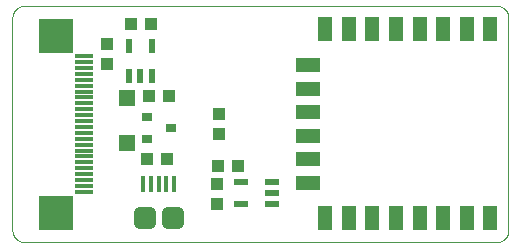
<source format=gbp>
G75*
%MOIN*%
%OFA0B0*%
%FSLAX25Y25*%
%IPPOS*%
%LPD*%
%AMOC8*
5,1,8,0,0,1.08239X$1,22.5*
%
%ADD10C,0.00000*%
%ADD11R,0.03937X0.04331*%
%ADD12R,0.04331X0.03937*%
%ADD13R,0.05512X0.05512*%
%ADD14R,0.06000X0.01181*%
%ADD15R,0.11600X0.11200*%
%ADD16R,0.02362X0.04921*%
%ADD17R,0.03543X0.03150*%
%ADD18R,0.04724X0.07874*%
%ADD19R,0.07874X0.04724*%
%ADD20R,0.04724X0.02165*%
%ADD21R,0.01575X0.05315*%
%ADD22C,0.03740*%
D10*
X0025622Y0017748D02*
X0183102Y0017748D01*
X0183226Y0017750D01*
X0183349Y0017756D01*
X0183473Y0017765D01*
X0183595Y0017779D01*
X0183718Y0017796D01*
X0183840Y0017818D01*
X0183961Y0017843D01*
X0184081Y0017872D01*
X0184200Y0017904D01*
X0184319Y0017941D01*
X0184436Y0017981D01*
X0184551Y0018024D01*
X0184666Y0018072D01*
X0184778Y0018123D01*
X0184889Y0018177D01*
X0184999Y0018235D01*
X0185106Y0018296D01*
X0185212Y0018361D01*
X0185315Y0018429D01*
X0185416Y0018500D01*
X0185515Y0018574D01*
X0185612Y0018651D01*
X0185706Y0018732D01*
X0185797Y0018815D01*
X0185886Y0018901D01*
X0185972Y0018990D01*
X0186055Y0019081D01*
X0186136Y0019175D01*
X0186213Y0019272D01*
X0186287Y0019371D01*
X0186358Y0019472D01*
X0186426Y0019575D01*
X0186491Y0019681D01*
X0186552Y0019788D01*
X0186610Y0019898D01*
X0186664Y0020009D01*
X0186715Y0020121D01*
X0186763Y0020236D01*
X0186806Y0020351D01*
X0186846Y0020468D01*
X0186883Y0020587D01*
X0186915Y0020706D01*
X0186944Y0020826D01*
X0186969Y0020947D01*
X0186991Y0021069D01*
X0187008Y0021192D01*
X0187022Y0021314D01*
X0187031Y0021438D01*
X0187037Y0021561D01*
X0187039Y0021685D01*
X0187039Y0092551D01*
X0187037Y0092675D01*
X0187031Y0092798D01*
X0187022Y0092922D01*
X0187008Y0093044D01*
X0186991Y0093167D01*
X0186969Y0093289D01*
X0186944Y0093410D01*
X0186915Y0093530D01*
X0186883Y0093649D01*
X0186846Y0093768D01*
X0186806Y0093885D01*
X0186763Y0094000D01*
X0186715Y0094115D01*
X0186664Y0094227D01*
X0186610Y0094338D01*
X0186552Y0094448D01*
X0186491Y0094555D01*
X0186426Y0094661D01*
X0186358Y0094764D01*
X0186287Y0094865D01*
X0186213Y0094964D01*
X0186136Y0095061D01*
X0186055Y0095155D01*
X0185972Y0095246D01*
X0185886Y0095335D01*
X0185797Y0095421D01*
X0185706Y0095504D01*
X0185612Y0095585D01*
X0185515Y0095662D01*
X0185416Y0095736D01*
X0185315Y0095807D01*
X0185212Y0095875D01*
X0185106Y0095940D01*
X0184999Y0096001D01*
X0184889Y0096059D01*
X0184778Y0096113D01*
X0184666Y0096164D01*
X0184551Y0096212D01*
X0184436Y0096255D01*
X0184319Y0096295D01*
X0184200Y0096332D01*
X0184081Y0096364D01*
X0183961Y0096393D01*
X0183840Y0096418D01*
X0183718Y0096440D01*
X0183595Y0096457D01*
X0183473Y0096471D01*
X0183349Y0096480D01*
X0183226Y0096486D01*
X0183102Y0096488D01*
X0025622Y0096488D01*
X0025498Y0096486D01*
X0025375Y0096480D01*
X0025251Y0096471D01*
X0025129Y0096457D01*
X0025006Y0096440D01*
X0024884Y0096418D01*
X0024763Y0096393D01*
X0024643Y0096364D01*
X0024524Y0096332D01*
X0024405Y0096295D01*
X0024288Y0096255D01*
X0024173Y0096212D01*
X0024058Y0096164D01*
X0023946Y0096113D01*
X0023835Y0096059D01*
X0023725Y0096001D01*
X0023618Y0095940D01*
X0023512Y0095875D01*
X0023409Y0095807D01*
X0023308Y0095736D01*
X0023209Y0095662D01*
X0023112Y0095585D01*
X0023018Y0095504D01*
X0022927Y0095421D01*
X0022838Y0095335D01*
X0022752Y0095246D01*
X0022669Y0095155D01*
X0022588Y0095061D01*
X0022511Y0094964D01*
X0022437Y0094865D01*
X0022366Y0094764D01*
X0022298Y0094661D01*
X0022233Y0094555D01*
X0022172Y0094448D01*
X0022114Y0094338D01*
X0022060Y0094227D01*
X0022009Y0094115D01*
X0021961Y0094000D01*
X0021918Y0093885D01*
X0021878Y0093768D01*
X0021841Y0093649D01*
X0021809Y0093530D01*
X0021780Y0093410D01*
X0021755Y0093289D01*
X0021733Y0093167D01*
X0021716Y0093044D01*
X0021702Y0092922D01*
X0021693Y0092798D01*
X0021687Y0092675D01*
X0021685Y0092551D01*
X0021685Y0021685D01*
X0021687Y0021561D01*
X0021693Y0021438D01*
X0021702Y0021314D01*
X0021716Y0021192D01*
X0021733Y0021069D01*
X0021755Y0020947D01*
X0021780Y0020826D01*
X0021809Y0020706D01*
X0021841Y0020587D01*
X0021878Y0020468D01*
X0021918Y0020351D01*
X0021961Y0020236D01*
X0022009Y0020121D01*
X0022060Y0020009D01*
X0022114Y0019898D01*
X0022172Y0019788D01*
X0022233Y0019681D01*
X0022298Y0019575D01*
X0022366Y0019472D01*
X0022437Y0019371D01*
X0022511Y0019272D01*
X0022588Y0019175D01*
X0022669Y0019081D01*
X0022752Y0018990D01*
X0022838Y0018901D01*
X0022927Y0018815D01*
X0023018Y0018732D01*
X0023112Y0018651D01*
X0023209Y0018574D01*
X0023308Y0018500D01*
X0023409Y0018429D01*
X0023512Y0018361D01*
X0023618Y0018296D01*
X0023725Y0018235D01*
X0023835Y0018177D01*
X0023946Y0018123D01*
X0024058Y0018072D01*
X0024173Y0018024D01*
X0024288Y0017981D01*
X0024405Y0017941D01*
X0024524Y0017904D01*
X0024643Y0017872D01*
X0024763Y0017843D01*
X0024884Y0017818D01*
X0025006Y0017796D01*
X0025129Y0017779D01*
X0025251Y0017765D01*
X0025375Y0017756D01*
X0025498Y0017750D01*
X0025622Y0017748D01*
D11*
X0066409Y0045504D03*
X0073102Y0045504D03*
X0090110Y0043063D03*
X0096803Y0043063D03*
X0089992Y0037197D03*
X0089992Y0030504D03*
X0090583Y0053772D03*
X0090583Y0060465D03*
D12*
X0073890Y0066370D03*
X0067197Y0066370D03*
X0053181Y0077197D03*
X0053181Y0083890D03*
X0061134Y0090386D03*
X0067827Y0090386D03*
D13*
X0059874Y0065780D03*
X0059874Y0050819D03*
D14*
X0045709Y0050217D03*
X0045709Y0052185D03*
X0045709Y0054154D03*
X0045709Y0056122D03*
X0045709Y0058091D03*
X0045709Y0060059D03*
X0045709Y0062028D03*
X0045709Y0063996D03*
X0045709Y0065965D03*
X0045709Y0067933D03*
X0045709Y0069902D03*
X0045709Y0071870D03*
X0045709Y0073839D03*
X0045709Y0075807D03*
X0045709Y0077776D03*
X0045709Y0079744D03*
X0045709Y0048248D03*
X0045709Y0046280D03*
X0045709Y0044311D03*
X0045709Y0042343D03*
X0045709Y0040374D03*
X0045709Y0038406D03*
X0045709Y0036437D03*
X0045709Y0034469D03*
D15*
X0036109Y0027606D03*
X0036109Y0086606D03*
D16*
X0060583Y0083063D03*
X0068063Y0083063D03*
X0068063Y0073220D03*
X0064323Y0073220D03*
X0060583Y0073220D03*
D17*
X0066646Y0059480D03*
X0074520Y0055740D03*
X0066646Y0052000D03*
D18*
X0125925Y0025634D03*
X0133799Y0025634D03*
X0141673Y0025634D03*
X0149547Y0025634D03*
X0157421Y0025634D03*
X0165295Y0025634D03*
X0173169Y0025634D03*
X0181043Y0025634D03*
X0181043Y0088626D03*
X0173169Y0088626D03*
X0165295Y0088626D03*
X0157421Y0088626D03*
X0149547Y0088626D03*
X0141673Y0088626D03*
X0133799Y0088626D03*
X0125925Y0088626D03*
D19*
X0120098Y0076815D03*
X0120098Y0068941D03*
X0120098Y0061067D03*
X0120098Y0053193D03*
X0120098Y0045319D03*
X0120098Y0037445D03*
D20*
X0108181Y0037827D03*
X0108181Y0034087D03*
X0108181Y0030346D03*
X0097944Y0030346D03*
X0097944Y0037827D03*
D21*
X0075543Y0037256D03*
X0072984Y0037256D03*
X0070425Y0037256D03*
X0067866Y0037256D03*
X0065307Y0037256D03*
D22*
X0067571Y0027807D02*
X0067571Y0024067D01*
X0063831Y0024067D01*
X0063831Y0027807D01*
X0067571Y0027807D01*
X0067571Y0027806D02*
X0063831Y0027806D01*
X0077020Y0027807D02*
X0077020Y0024067D01*
X0073280Y0024067D01*
X0073280Y0027807D01*
X0077020Y0027807D01*
X0077020Y0027806D02*
X0073280Y0027806D01*
M02*

</source>
